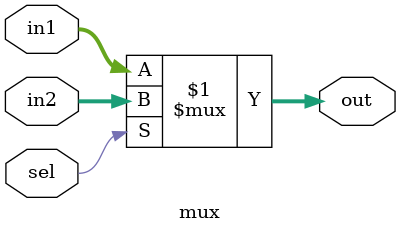
<source format=v>

module mux #(parameter LENGTH = 32)(out, in1, in2, sel);

input [LENGTH-1:0] in1, in2;
input wire sel;
output [LENGTH-1:0] out;

assign out = sel?in2:in1;

endmodule 


</source>
